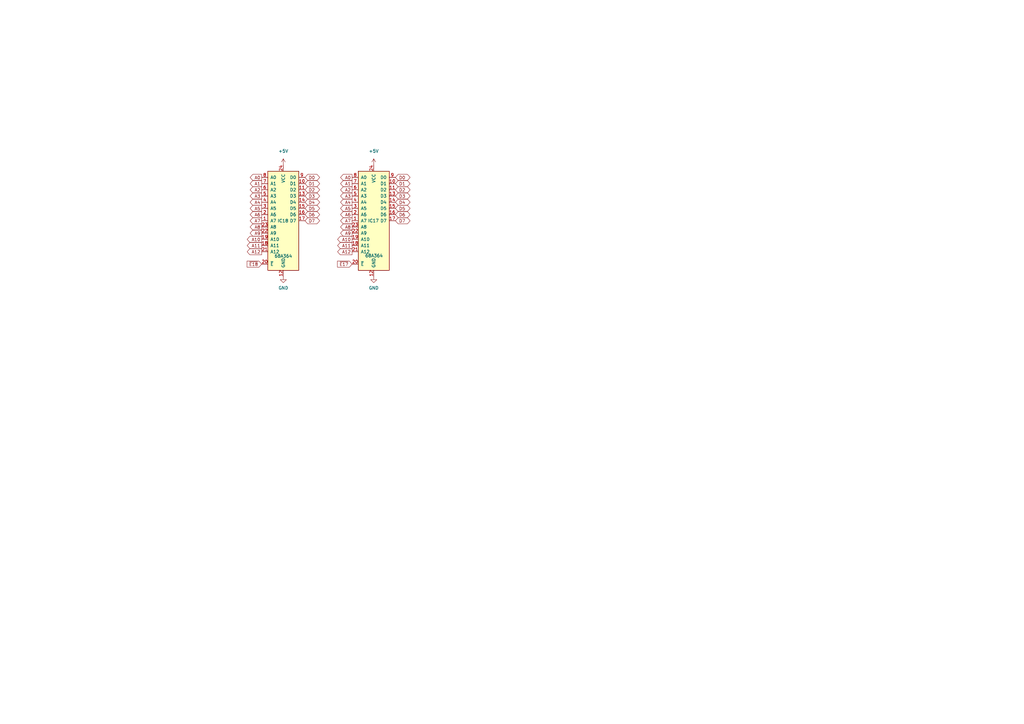
<source format=kicad_sch>
(kicad_sch (version 20230121) (generator eeschema)
  (paper "A3")
  (title_block (date "2023-05-20") (rev "2.0") (comment 2 "Reposition dram and buffer"))
  (lib_symbols
    (symbol "Memory_ROM_Dragon:BASIC_8K" (pin_names (offset 1.016))
      (property "Reference" "U" (at 2.54 24.13 0))
      (property "Value" "Memory_ROM_Dragon_BASIC_8K" (at 8.89 21.59 0))
      (symbol "BASIC_8K_0_1"
        (rectangle (start -6.35 20.32) (end 6.35 -20.32) (stroke (width 0.254)) (fill (type background)))
      )
      (symbol "BASIC_8K_1_1"
        (pin input line (at -8.89 0 0) (length 2.54) (name "A7") (number "1"))
        (pin tri_state line (at 8.89 15.24 180) (length 2.54) (name "D1") (number "10"))
        (pin tri_state line (at 8.89 12.7 180) (length 2.54) (name "D2") (number "11"))
        (pin power_in line (at 0 -22.86 90) (length 2.54) (name "GND") (number "12"))
        (pin tri_state line (at 8.89 10.16 180) (length 2.54) (name "D3") (number "13"))
        (pin tri_state line (at 8.89 7.62 180) (length 2.54) (name "D4") (number "14"))
        (pin tri_state line (at 8.89 5.08 180) (length 2.54) (name "D5") (number "15"))
        (pin tri_state line (at 8.89 2.54 180) (length 2.54) (name "D6") (number "16"))
        (pin tri_state line (at 8.89 0 180) (length 2.54) (name "D7") (number "17"))
        (pin input line (at -8.89 -10.16 0) (length 2.54) (name "A11") (number "18"))
        (pin input line (at -8.89 -7.62 0) (length 2.54) (name "A10") (number "19"))
        (pin input line (at -8.89 2.54 0) (length 2.54) (name "A6") (number "2"))
        (pin input line (at -8.89 -17.78 0) (length 2.54) (name "~{E}") (number "20"))
        (pin input line (at -8.89 -12.7 0) (length 2.54) (name "A12") (number "21"))
        (pin input line (at -8.89 -5.08 0) (length 2.54) (name "A9") (number "22"))
        (pin input line (at -8.89 -2.54 0) (length 2.54) (name "A8") (number "23"))
        (pin power_in line (at 0 22.86 270) (length 2.54) (name "VCC") (number "24"))
        (pin input line (at -8.89 5.08 0) (length 2.54) (name "A5") (number "3"))
        (pin input line (at -8.89 7.62 0) (length 2.54) (name "A4") (number "4"))
        (pin input line (at -8.89 10.16 0) (length 2.54) (name "A3") (number "5"))
        (pin input line (at -8.89 12.7 0) (length 2.54) (name "A2") (number "6"))
        (pin input line (at -8.89 15.24 0) (length 2.54) (name "A1") (number "7"))
        (pin input line (at -8.89 17.78 0) (length 2.54) (name "A0") (number "8"))
        (pin tri_state line (at 8.89 17.78 180) (length 2.54) (name "D0") (number "9"))
      )
    )
    (symbol "power:+5V" (power) (pin_names (offset 0))
      (property "Value" "+5V" (at 0 3.556 0))
      (symbol "+5V_0_1"
        (polyline (pts (xy -0.762 1.27) (xy 0 2.54)))
        (polyline (pts (xy 0 0) (xy 0 2.54)))
        (polyline (pts (xy 0 2.54) (xy 0.762 1.27)))
      )
      (symbol "+5V_1_1"
        (pin power_in line (at 0 0 90) (length 0) hide (name "+5V") (number "1"))
      )
    )
    (symbol "power:GND" (power) (pin_names (offset 0))
      (property "Value" "GND" (at 0 -3.81 0))
      (symbol "GND_0_1"
        (polyline (pts (xy 0 0) (xy 0 -1.27) (xy 1.27 -1.27) (xy 0 -2.54) (xy -1.27 -1.27) (xy 0 -1.27)))
      )
      (symbol "GND_1_1"
        (pin power_in line (at 0 0 270) (length 0) hide (name "GND") (number "1"))
      )
    )
  )
  (global_label "A8" (shape output) (at 107.315 93.091 180) (property "Intersheetrefs" "${INTERSHEET_REFS}" (effects hide)))
  (global_label "~{E18}" (shape input) (at 107.315 108.331 180) (property "Intersheetrefs" "${INTERSHEET_REFS}" (effects hide)))
  (global_label "A4" (shape output) (at 144.399 82.931 180) (property "Intersheetrefs" "${INTERSHEET_REFS}" (effects hide)))
  (global_label "~{E17}" (shape input) (at 144.399 108.331 180) (property "Intersheetrefs" "${INTERSHEET_REFS}" (effects hide)))
  (global_label "A2" (shape output) (at 107.315 77.851 180) (property "Intersheetrefs" "${INTERSHEET_REFS}" (effects hide)))
  (global_label "A1" (shape output) (at 107.315 75.311 180) (property "Intersheetrefs" "${INTERSHEET_REFS}" (effects hide)))
  (global_label "A4" (shape output) (at 107.315 82.931 180) (property "Intersheetrefs" "${INTERSHEET_REFS}" (effects hide)))
  (global_label "A11" (shape output) (at 144.399 100.711 180) (property "Intersheetrefs" "${INTERSHEET_REFS}" (effects hide)))
  (global_label "D1" (shape bidirectional) (at 162.179 75.311 0) (property "Intersheetrefs" "${INTERSHEET_REFS}" (effects hide)))
  (global_label "D5" (shape bidirectional) (at 162.179 85.471 0) (property "Intersheetrefs" "${INTERSHEET_REFS}" (effects hide)))
  (global_label "D4" (shape bidirectional) (at 162.179 82.931 0) (property "Intersheetrefs" "${INTERSHEET_REFS}" (effects hide)))
  (global_label "A3" (shape output) (at 144.399 80.391 180) (property "Intersheetrefs" "${INTERSHEET_REFS}" (effects hide)))
  (global_label "D2" (shape bidirectional) (at 125.095 77.851 0) (property "Intersheetrefs" "${INTERSHEET_REFS}" (effects hide)))
  (global_label "A7" (shape output) (at 144.399 90.551 180) (property "Intersheetrefs" "${INTERSHEET_REFS}" (effects hide)))
  (global_label "D5" (shape bidirectional) (at 125.095 85.471 0) (property "Intersheetrefs" "${INTERSHEET_REFS}" (effects hide)))
  (global_label "A12" (shape output) (at 107.315 103.251 180) (property "Intersheetrefs" "${INTERSHEET_REFS}" (effects hide)))
  (global_label "D3" (shape bidirectional) (at 162.179 80.391 0) (property "Intersheetrefs" "${INTERSHEET_REFS}" (effects hide)))
  (global_label "D1" (shape bidirectional) (at 125.095 75.311 0) (property "Intersheetrefs" "${INTERSHEET_REFS}" (effects hide)))
  (global_label "A1" (shape output) (at 144.399 75.311 180) (property "Intersheetrefs" "${INTERSHEET_REFS}" (effects hide)))
  (global_label "A5" (shape output) (at 144.399 85.471 180) (property "Intersheetrefs" "${INTERSHEET_REFS}" (effects hide)))
  (global_label "D7" (shape bidirectional) (at 125.095 90.551 0) (property "Intersheetrefs" "${INTERSHEET_REFS}" (effects hide)))
  (global_label "A10" (shape output) (at 144.399 98.171 180) (property "Intersheetrefs" "${INTERSHEET_REFS}" (effects hide)))
  (global_label "A12" (shape output) (at 144.399 103.251 180) (property "Intersheetrefs" "${INTERSHEET_REFS}" (effects hide)))
  (global_label "A2" (shape output) (at 144.399 77.851 180) (property "Intersheetrefs" "${INTERSHEET_REFS}" (effects hide)))
  (global_label "A0" (shape output) (at 107.315 72.771 180) (property "Intersheetrefs" "${INTERSHEET_REFS}" (effects hide)))
  (global_label "D0" (shape bidirectional) (at 162.179 72.771 0) (property "Intersheetrefs" "${INTERSHEET_REFS}" (effects hide)))
  (global_label "D6" (shape bidirectional) (at 125.095 88.011 0) (property "Intersheetrefs" "${INTERSHEET_REFS}" (effects hide)))
  (global_label "A3" (shape output) (at 107.315 80.391 180) (property "Intersheetrefs" "${INTERSHEET_REFS}" (effects hide)))
  (global_label "A11" (shape output) (at 107.315 100.711 180) (property "Intersheetrefs" "${INTERSHEET_REFS}" (effects hide)))
  (global_label "A0" (shape output) (at 144.399 72.771 180) (property "Intersheetrefs" "${INTERSHEET_REFS}" (effects hide)))
  (global_label "D7" (shape bidirectional) (at 162.179 90.551 0) (property "Intersheetrefs" "${INTERSHEET_REFS}" (effects hide)))
  (global_label "D6" (shape bidirectional) (at 162.179 88.011 0) (property "Intersheetrefs" "${INTERSHEET_REFS}" (effects hide)))
  (global_label "D4" (shape bidirectional) (at 125.095 82.931 0) (property "Intersheetrefs" "${INTERSHEET_REFS}" (effects hide)))
  (global_label "A5" (shape output) (at 107.315 85.471 180) (property "Intersheetrefs" "${INTERSHEET_REFS}" (effects hide)))
  (global_label "D2" (shape bidirectional) (at 162.179 77.851 0) (property "Intersheetrefs" "${INTERSHEET_REFS}" (effects hide)))
  (global_label "D3" (shape bidirectional) (at 125.095 80.391 0) (property "Intersheetrefs" "${INTERSHEET_REFS}" (effects hide)))
  (global_label "D0" (shape bidirectional) (at 125.095 72.771 0) (property "Intersheetrefs" "${INTERSHEET_REFS}" (effects hide)))
  (global_label "A6" (shape output) (at 107.315 88.011 180) (property "Intersheetrefs" "${INTERSHEET_REFS}" (effects hide)))
  (global_label "A9" (shape output) (at 107.315 95.631 180) (property "Intersheetrefs" "${INTERSHEET_REFS}" (effects hide)))
  (global_label "A8" (shape output) (at 144.399 93.091 180) (property "Intersheetrefs" "${INTERSHEET_REFS}" (effects hide)))
  (global_label "A9" (shape output) (at 144.399 95.631 180) (property "Intersheetrefs" "${INTERSHEET_REFS}" (effects hide)))
  (global_label "A10" (shape output) (at 107.315 98.171 180) (property "Intersheetrefs" "${INTERSHEET_REFS}" (effects hide)))
  (global_label "A6" (shape output) (at 144.399 88.011 180) (property "Intersheetrefs" "${INTERSHEET_REFS}" (effects hide)))
  (global_label "A7" (shape output) (at 107.315 90.551 180) (property "Intersheetrefs" "${INTERSHEET_REFS}" (effects hide)))
  (symbol (lib_id "Memory_ROM_Dragon:BASIC_8K") (at 116.205 90.551 0) (unit 1)
    (property "Reference" "IC18" (at 116.078 90.551 0))
    (property "Value" "68A364" (at 116.205 105.029 0))
    (property "Footprint" "Package_DIP:DIP-24_W15.24mm" (effects hide))
    (property "Note" "donor only" (effects hide))
    (property "SA2120" "Sheet 1" (effects hide))
  )
  (symbol (lib_id "power:+5V") (at 116.205 67.691 0) (unit 1)
    (property "Reference" "#PWR0131" (effects hide))
    (property "Value" "+5V" (at 116.205 61.976 0))
  )
  (symbol (lib_id "Memory_ROM_Dragon:BASIC_8K") (at 153.289 90.551 0) (unit 1)
    (property "Reference" "IC17" (at 153.1664 90.5231 0))
    (property "Value" "68A364" (at 153.4204 104.8741 0))
    (property "Footprint" "Package_DIP:DIP-24_W15.24mm" (effects hide))
    (property "Note" "donor only" (effects hide))
    (property "SA2120" "Sheet 1" (effects hide))
  )
  (symbol (lib_id "power:GND") (at 153.289 113.411 0) (unit 1)
    (property "Reference" "#PWR0132" (effects hide))
    (property "Value" "GND" (at 153.289 118.11 0))
  )
  (symbol (lib_id "power:GND") (at 116.205 113.411 0) (unit 1)
    (property "Reference" "#PWR0130" (effects hide))
    (property "Value" "GND" (at 116.205 118.11 0))
  )
  (symbol (lib_id "power:+5V") (at 153.289 67.691 0) (unit 1)
    (property "Reference" "#PWR0133" (effects hide))
    (property "Value" "+5V" (at 153.289 61.976 0))
  )
)
</source>
